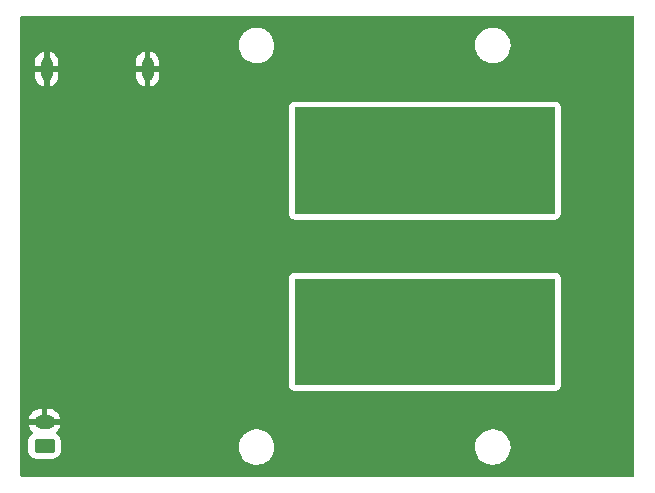
<source format=gbr>
%TF.GenerationSoftware,KiCad,Pcbnew,6.0.10-86aedd382b~118~ubuntu22.04.1*%
%TF.CreationDate,2023-02-04T11:12:36-05:00*%
%TF.ProjectId,HP Classic V3,48502043-6c61-4737-9369-632056332e6b,V3.1*%
%TF.SameCoordinates,Original*%
%TF.FileFunction,Copper,L2,Bot*%
%TF.FilePolarity,Positive*%
%FSLAX46Y46*%
G04 Gerber Fmt 4.6, Leading zero omitted, Abs format (unit mm)*
G04 Created by KiCad (PCBNEW 6.0.10-86aedd382b~118~ubuntu22.04.1) date 2023-02-04 11:12:36*
%MOMM*%
%LPD*%
G01*
G04 APERTURE LIST*
G04 Aperture macros list*
%AMRoundRect*
0 Rectangle with rounded corners*
0 $1 Rounding radius*
0 $2 $3 $4 $5 $6 $7 $8 $9 X,Y pos of 4 corners*
0 Add a 4 corners polygon primitive as box body*
4,1,4,$2,$3,$4,$5,$6,$7,$8,$9,$2,$3,0*
0 Add four circle primitives for the rounded corners*
1,1,$1+$1,$2,$3*
1,1,$1+$1,$4,$5*
1,1,$1+$1,$6,$7*
1,1,$1+$1,$8,$9*
0 Add four rect primitives between the rounded corners*
20,1,$1+$1,$2,$3,$4,$5,0*
20,1,$1+$1,$4,$5,$6,$7,0*
20,1,$1+$1,$6,$7,$8,$9,0*
20,1,$1+$1,$8,$9,$2,$3,0*%
G04 Aperture macros list end*
%TA.AperFunction,ComponentPad*%
%ADD10O,1.000000X2.000000*%
%TD*%
%TA.AperFunction,ComponentPad*%
%ADD11O,1.750000X1.200000*%
%TD*%
%TA.AperFunction,ComponentPad*%
%ADD12RoundRect,0.250000X0.625000X-0.350000X0.625000X0.350000X-0.625000X0.350000X-0.625000X-0.350000X0*%
%TD*%
%TA.AperFunction,ComponentPad*%
%ADD13O,20.500000X2.000000*%
%TD*%
%TA.AperFunction,ViaPad*%
%ADD14C,0.800000*%
%TD*%
G04 APERTURE END LIST*
%TO.C,NEG1*%
G36*
X47500000Y35250000D02*
G01*
X25500000Y35250000D01*
X25500000Y26250000D01*
X47500000Y26250000D01*
X47500000Y35250000D01*
G37*
%TO.C,POS1*%
G36*
X47500000Y20750000D02*
G01*
X25500000Y20750000D01*
X25500000Y11750000D01*
X47500000Y11750000D01*
X47500000Y20750000D01*
G37*
%TD*%
D10*
%TO.P,J1,S2,SHIELD*%
%TO.N,GND*%
X4480000Y38500000D03*
%TO.P,J1,S1,SHIELD*%
X13020000Y38500000D03*
%TD*%
D11*
%TO.P,J2,2,Pin_2*%
%TO.N,GND*%
X4300000Y8620000D03*
D12*
%TO.P,J2,1,Pin_1*%
%TO.N,+VDC*%
X4300000Y6620000D03*
%TD*%
D13*
%TO.P,NEG1,1,1*%
%TO.N,GND*%
X36250000Y30750000D03*
%TD*%
%TO.P,POS1,1,1*%
%TO.N,Net-(POS1-Pad1)*%
X36250000Y16250000D03*
%TD*%
D14*
%TO.N,GND*%
X9000000Y26525836D03*
%TD*%
%TA.AperFunction,Conductor*%
%TO.N,GND*%
G36*
X54193039Y42979815D02*
G01*
X54238794Y42927011D01*
X54250000Y42875500D01*
X54250000Y4124500D01*
X54230315Y4057461D01*
X54177511Y4011706D01*
X54126000Y4000500D01*
X2374000Y4000500D01*
X2306961Y4020185D01*
X2261206Y4072989D01*
X2250000Y4124500D01*
X2250000Y6220134D01*
X2924500Y6220134D01*
X2935359Y6115481D01*
X2937507Y6109044D01*
X2937507Y6109042D01*
X2971576Y6006925D01*
X2990744Y5949471D01*
X3022145Y5898727D01*
X3079043Y5806780D01*
X3079046Y5806776D01*
X3082834Y5800655D01*
X3206689Y5677016D01*
X3355666Y5585186D01*
X3521772Y5530090D01*
X3576316Y5524502D01*
X3621987Y5519822D01*
X3621995Y5519822D01*
X3625134Y5519500D01*
X4974866Y5519500D01*
X5079519Y5530359D01*
X5085956Y5532507D01*
X5085958Y5532507D01*
X5238695Y5583464D01*
X5245529Y5585744D01*
X5296273Y5617145D01*
X5388220Y5674043D01*
X5388224Y5674046D01*
X5394345Y5677834D01*
X5517984Y5801689D01*
X5527296Y5816795D01*
X5603960Y5941169D01*
X5609814Y5950666D01*
X5664910Y6116772D01*
X5672092Y6186866D01*
X5675178Y6216987D01*
X5675178Y6216995D01*
X5675500Y6220134D01*
X5675500Y6536786D01*
X20744806Y6536786D01*
X20746575Y6506102D01*
X20759010Y6290455D01*
X20760129Y6285491D01*
X20799600Y6110345D01*
X20813255Y6049751D01*
X20906084Y5821139D01*
X20908746Y5816795D01*
X21032344Y5615102D01*
X21032348Y5615097D01*
X21035006Y5610759D01*
X21038338Y5606913D01*
X21038339Y5606911D01*
X21110018Y5524163D01*
X21196557Y5424259D01*
X21200467Y5421012D01*
X21200471Y5421009D01*
X21286007Y5349996D01*
X21386399Y5266649D01*
X21488967Y5206713D01*
X21595036Y5144731D01*
X21595040Y5144729D01*
X21599433Y5142162D01*
X21829939Y5054141D01*
X21950833Y5029544D01*
X22066741Y5005962D01*
X22066744Y5005962D01*
X22071726Y5004948D01*
X22233367Y4999021D01*
X22313221Y4996093D01*
X22313224Y4996093D01*
X22318300Y4995907D01*
X22563041Y5027259D01*
X22652644Y5054141D01*
X22794502Y5096700D01*
X22794506Y5096701D01*
X22799374Y5098162D01*
X23020954Y5206713D01*
X23025099Y5209670D01*
X23025103Y5209672D01*
X23217686Y5347041D01*
X23221829Y5349996D01*
X23396605Y5524163D01*
X23540588Y5724537D01*
X23649911Y5945736D01*
X23721639Y6181820D01*
X23753845Y6426450D01*
X23755643Y6500000D01*
X23753037Y6531703D01*
X23752619Y6536786D01*
X40744806Y6536786D01*
X40746575Y6506102D01*
X40759010Y6290455D01*
X40760129Y6285491D01*
X40799600Y6110345D01*
X40813255Y6049751D01*
X40906084Y5821139D01*
X40908746Y5816795D01*
X41032344Y5615102D01*
X41032348Y5615097D01*
X41035006Y5610759D01*
X41038338Y5606913D01*
X41038339Y5606911D01*
X41110018Y5524163D01*
X41196557Y5424259D01*
X41200467Y5421012D01*
X41200471Y5421009D01*
X41286007Y5349996D01*
X41386399Y5266649D01*
X41488967Y5206713D01*
X41595036Y5144731D01*
X41595040Y5144729D01*
X41599433Y5142162D01*
X41829939Y5054141D01*
X41950833Y5029544D01*
X42066741Y5005962D01*
X42066744Y5005962D01*
X42071726Y5004948D01*
X42233367Y4999021D01*
X42313221Y4996093D01*
X42313224Y4996093D01*
X42318300Y4995907D01*
X42563041Y5027259D01*
X42652644Y5054141D01*
X42794502Y5096700D01*
X42794506Y5096701D01*
X42799374Y5098162D01*
X43020954Y5206713D01*
X43025099Y5209670D01*
X43025103Y5209672D01*
X43217686Y5347041D01*
X43221829Y5349996D01*
X43396605Y5524163D01*
X43540588Y5724537D01*
X43649911Y5945736D01*
X43721639Y6181820D01*
X43753845Y6426450D01*
X43755643Y6500000D01*
X43753037Y6531703D01*
X43735842Y6740836D01*
X43735425Y6745911D01*
X43675316Y6985217D01*
X43671492Y6994013D01*
X43615307Y7123228D01*
X43576928Y7211493D01*
X43442905Y7418661D01*
X43316964Y7557069D01*
X43280278Y7597387D01*
X43280274Y7597391D01*
X43276846Y7601158D01*
X43083210Y7754082D01*
X42970794Y7816139D01*
X42871653Y7870868D01*
X42871650Y7870869D01*
X42867198Y7873327D01*
X42634610Y7955691D01*
X42391694Y7998961D01*
X42305090Y8000019D01*
X42150062Y8001913D01*
X42150060Y8001913D01*
X42144972Y8001975D01*
X41901070Y7964653D01*
X41666540Y7887997D01*
X41662026Y7885647D01*
X41452194Y7776416D01*
X41452188Y7776412D01*
X41447679Y7774065D01*
X41250364Y7625917D01*
X41246848Y7622238D01*
X41246846Y7622236D01*
X41129912Y7499871D01*
X41079896Y7447532D01*
X41077032Y7443333D01*
X41077030Y7443331D01*
X40971980Y7289334D01*
X40940851Y7243700D01*
X40836965Y7019896D01*
X40771026Y6782129D01*
X40744806Y6536786D01*
X23752619Y6536786D01*
X23735842Y6740836D01*
X23735425Y6745911D01*
X23675316Y6985217D01*
X23671492Y6994013D01*
X23615307Y7123228D01*
X23576928Y7211493D01*
X23442905Y7418661D01*
X23316964Y7557069D01*
X23280278Y7597387D01*
X23280274Y7597391D01*
X23276846Y7601158D01*
X23083210Y7754082D01*
X22970794Y7816139D01*
X22871653Y7870868D01*
X22871650Y7870869D01*
X22867198Y7873327D01*
X22634610Y7955691D01*
X22391694Y7998961D01*
X22305090Y8000019D01*
X22150062Y8001913D01*
X22150060Y8001913D01*
X22144972Y8001975D01*
X21901070Y7964653D01*
X21666540Y7887997D01*
X21662026Y7885647D01*
X21452194Y7776416D01*
X21452188Y7776412D01*
X21447679Y7774065D01*
X21250364Y7625917D01*
X21246848Y7622238D01*
X21246846Y7622236D01*
X21129912Y7499871D01*
X21079896Y7447532D01*
X21077032Y7443333D01*
X21077030Y7443331D01*
X20971980Y7289334D01*
X20940851Y7243700D01*
X20836965Y7019896D01*
X20771026Y6782129D01*
X20744806Y6536786D01*
X5675500Y6536786D01*
X5675500Y7019866D01*
X5664641Y7124519D01*
X5634201Y7215761D01*
X5611536Y7283695D01*
X5609256Y7290529D01*
X5529966Y7418661D01*
X5520957Y7433220D01*
X5520954Y7433224D01*
X5517166Y7439345D01*
X5393311Y7562984D01*
X5329911Y7602064D01*
X5283171Y7653999D01*
X5271929Y7722958D01*
X5299754Y7787048D01*
X5318380Y7805135D01*
X5332389Y7816139D01*
X5340898Y7824242D01*
X5470731Y7973862D01*
X5477558Y7983432D01*
X5576755Y8154901D01*
X5581646Y8165584D01*
X5646628Y8352712D01*
X5647276Y8355370D01*
X5645750Y8366071D01*
X5632398Y8370000D01*
X2971577Y8370000D01*
X2958260Y8366090D01*
X2956926Y8356811D01*
X2978815Y8265984D01*
X2982642Y8254871D01*
X3064634Y8074541D01*
X3070490Y8064356D01*
X3185104Y7902779D01*
X3192777Y7893890D01*
X3292618Y7798313D01*
X3327432Y7737735D01*
X3323969Y7667951D01*
X3283328Y7611118D01*
X3272125Y7603299D01*
X3205655Y7562166D01*
X3200566Y7557069D01*
X3200567Y7557069D01*
X3094891Y7451208D01*
X3082016Y7438311D01*
X2990186Y7289334D01*
X2935090Y7123228D01*
X2934400Y7116489D01*
X2924826Y7023044D01*
X2924500Y7019866D01*
X2924500Y6220134D01*
X2250000Y6220134D01*
X2250000Y8884630D01*
X2952724Y8884630D01*
X2954250Y8873929D01*
X2967602Y8870000D01*
X4032170Y8870000D01*
X4047169Y8874404D01*
X4048356Y8875774D01*
X4050000Y8883332D01*
X4050000Y8887830D01*
X4550000Y8887830D01*
X4554404Y8872831D01*
X4555774Y8871644D01*
X4563332Y8870000D01*
X5628423Y8870000D01*
X5641740Y8873910D01*
X5643074Y8883189D01*
X5621185Y8974016D01*
X5617358Y8985129D01*
X5535366Y9165459D01*
X5529510Y9175644D01*
X5414896Y9337221D01*
X5407223Y9346110D01*
X5264124Y9483097D01*
X5254895Y9490386D01*
X5088488Y9597834D01*
X5078042Y9603249D01*
X4894318Y9677291D01*
X4883040Y9680632D01*
X4687210Y9718874D01*
X4678485Y9719934D01*
X4675795Y9720000D01*
X4567830Y9720000D01*
X4552831Y9715596D01*
X4551644Y9714226D01*
X4550000Y9706668D01*
X4550000Y8887830D01*
X4050000Y8887830D01*
X4050000Y9702170D01*
X4045596Y9717169D01*
X4044226Y9718356D01*
X4036668Y9720000D01*
X3975514Y9720000D01*
X3969601Y9719718D01*
X3821929Y9705629D01*
X3810386Y9703407D01*
X3620295Y9647641D01*
X3609392Y9643279D01*
X3433285Y9552578D01*
X3423387Y9546225D01*
X3267607Y9423857D01*
X3259102Y9415758D01*
X3129269Y9266138D01*
X3122442Y9256568D01*
X3023245Y9085099D01*
X3018354Y9074416D01*
X2953372Y8887288D01*
X2952724Y8884630D01*
X2250000Y8884630D01*
X2250000Y11681376D01*
X24999031Y11681376D01*
X25001459Y11672882D01*
X25007030Y11653390D01*
X25010552Y11636889D01*
X25014677Y11608082D01*
X25018335Y11600037D01*
X25018335Y11600036D01*
X25025138Y11585072D01*
X25031482Y11567829D01*
X25033115Y11562117D01*
X25038428Y11543529D01*
X25053958Y11518915D01*
X25061966Y11504073D01*
X25074016Y11477572D01*
X25079785Y11470877D01*
X25090511Y11458429D01*
X25101444Y11443654D01*
X25114930Y11422280D01*
X25121554Y11416430D01*
X25136747Y11403012D01*
X25148602Y11391011D01*
X25161834Y11375654D01*
X25161837Y11375651D01*
X25167600Y11368963D01*
X25175010Y11364160D01*
X25188809Y11355216D01*
X25203447Y11344105D01*
X25222388Y11327377D01*
X25248737Y11315006D01*
X25263479Y11306817D01*
X25287905Y11290985D01*
X25312128Y11283741D01*
X25329285Y11277188D01*
X25352163Y11266447D01*
X25380931Y11261968D01*
X25397371Y11258247D01*
X25425261Y11249907D01*
X25459167Y11249700D01*
X25459930Y11249668D01*
X25461009Y11249500D01*
X25491438Y11249500D01*
X25492197Y11249498D01*
X25568624Y11249031D01*
X25569949Y11249410D01*
X25571275Y11249500D01*
X47491438Y11249500D01*
X47492197Y11249498D01*
X47568624Y11249031D01*
X47596612Y11257030D01*
X47613111Y11260552D01*
X47633171Y11263424D01*
X47633174Y11263425D01*
X47641918Y11264677D01*
X47649964Y11268335D01*
X47664928Y11275138D01*
X47682171Y11281482D01*
X47697977Y11286000D01*
X47697979Y11286001D01*
X47706471Y11288428D01*
X47731087Y11303959D01*
X47745928Y11311967D01*
X47772428Y11324016D01*
X47791571Y11340511D01*
X47806347Y11351445D01*
X47820247Y11360215D01*
X47827720Y11364930D01*
X47837191Y11375654D01*
X47846988Y11386747D01*
X47858989Y11398602D01*
X47874346Y11411834D01*
X47874349Y11411837D01*
X47881037Y11417600D01*
X47894784Y11438809D01*
X47905895Y11453447D01*
X47916776Y11465768D01*
X47922623Y11472388D01*
X47934995Y11498739D01*
X47943183Y11513479D01*
X47954210Y11530492D01*
X47959015Y11537905D01*
X47966259Y11562128D01*
X47972814Y11579291D01*
X47975529Y11585072D01*
X47983553Y11602163D01*
X47988032Y11630931D01*
X47991753Y11647371D01*
X48000093Y11675261D01*
X48000300Y11709167D01*
X48000332Y11709930D01*
X48000500Y11711009D01*
X48000500Y11741438D01*
X48000502Y11742196D01*
X48000945Y11814741D01*
X48000969Y11818624D01*
X48000590Y11819949D01*
X48000500Y11821275D01*
X48000500Y20741438D01*
X48000502Y20742196D01*
X48000915Y20809789D01*
X48000969Y20818624D01*
X47992970Y20846612D01*
X47989448Y20863111D01*
X47986576Y20883171D01*
X47986575Y20883174D01*
X47985323Y20891918D01*
X47978996Y20905835D01*
X47974862Y20914928D01*
X47968518Y20932171D01*
X47964000Y20947977D01*
X47963999Y20947979D01*
X47961572Y20956471D01*
X47946041Y20981087D01*
X47938033Y20995928D01*
X47929641Y21014384D01*
X47925984Y21022428D01*
X47909489Y21041571D01*
X47898555Y21056347D01*
X47889785Y21070247D01*
X47885070Y21077720D01*
X47873242Y21088166D01*
X47863253Y21096988D01*
X47851398Y21108989D01*
X47838166Y21124346D01*
X47838163Y21124349D01*
X47832400Y21131037D01*
X47811191Y21144784D01*
X47796553Y21155895D01*
X47777612Y21172623D01*
X47751261Y21184995D01*
X47736521Y21193183D01*
X47719508Y21204210D01*
X47719509Y21204210D01*
X47712095Y21209015D01*
X47687872Y21216259D01*
X47670715Y21222812D01*
X47647837Y21233553D01*
X47619069Y21238032D01*
X47602629Y21241753D01*
X47574739Y21250093D01*
X47540833Y21250300D01*
X47540070Y21250332D01*
X47538991Y21250500D01*
X47508562Y21250500D01*
X47507804Y21250502D01*
X47507300Y21250505D01*
X47431376Y21250969D01*
X47430051Y21250590D01*
X47428725Y21250500D01*
X25508562Y21250500D01*
X25507804Y21250502D01*
X25500173Y21250549D01*
X25431376Y21250969D01*
X25403390Y21242970D01*
X25386889Y21239448D01*
X25366829Y21236576D01*
X25366826Y21236575D01*
X25358082Y21235323D01*
X25350037Y21231665D01*
X25350036Y21231665D01*
X25335072Y21224862D01*
X25317829Y21218518D01*
X25302023Y21214000D01*
X25302021Y21213999D01*
X25293529Y21211572D01*
X25286060Y21206860D01*
X25286061Y21206860D01*
X25268915Y21196042D01*
X25254073Y21188034D01*
X25227572Y21175984D01*
X25220876Y21170215D01*
X25220877Y21170215D01*
X25208429Y21159489D01*
X25193654Y21148556D01*
X25172280Y21135070D01*
X25166430Y21128446D01*
X25153012Y21113253D01*
X25141011Y21101398D01*
X25125654Y21088166D01*
X25125651Y21088163D01*
X25118963Y21082400D01*
X25114160Y21074990D01*
X25105216Y21061191D01*
X25094105Y21046553D01*
X25077377Y21027612D01*
X25065006Y21001263D01*
X25056817Y20986521D01*
X25040985Y20962095D01*
X25033741Y20937872D01*
X25027188Y20920715D01*
X25016447Y20897837D01*
X25011968Y20869071D01*
X25008247Y20852629D01*
X24999907Y20824739D01*
X24999853Y20815905D01*
X24999700Y20790844D01*
X24999668Y20790070D01*
X24999500Y20788991D01*
X24999500Y20758562D01*
X24999498Y20757804D01*
X24999031Y20681376D01*
X24999410Y20680051D01*
X24999500Y20678725D01*
X24999500Y11758562D01*
X24999498Y11757804D01*
X24999031Y11681376D01*
X2250000Y11681376D01*
X2250000Y26181376D01*
X24999031Y26181376D01*
X25001459Y26172882D01*
X25007030Y26153390D01*
X25010552Y26136889D01*
X25014677Y26108082D01*
X25018335Y26100037D01*
X25018335Y26100036D01*
X25025138Y26085072D01*
X25031482Y26067829D01*
X25033115Y26062117D01*
X25038428Y26043529D01*
X25053958Y26018915D01*
X25061966Y26004073D01*
X25074016Y25977572D01*
X25079785Y25970877D01*
X25090511Y25958429D01*
X25101444Y25943654D01*
X25114930Y25922280D01*
X25121554Y25916430D01*
X25136747Y25903012D01*
X25148602Y25891011D01*
X25161834Y25875654D01*
X25161837Y25875651D01*
X25167600Y25868963D01*
X25175010Y25864160D01*
X25188809Y25855216D01*
X25203447Y25844105D01*
X25222388Y25827377D01*
X25248737Y25815006D01*
X25263479Y25806817D01*
X25287905Y25790985D01*
X25312128Y25783741D01*
X25329285Y25777188D01*
X25352163Y25766447D01*
X25380931Y25761968D01*
X25397371Y25758247D01*
X25425261Y25749907D01*
X25459167Y25749700D01*
X25459930Y25749668D01*
X25461009Y25749500D01*
X25491438Y25749500D01*
X25492197Y25749498D01*
X25568624Y25749031D01*
X25569949Y25749410D01*
X25571275Y25749500D01*
X47491438Y25749500D01*
X47492197Y25749498D01*
X47568624Y25749031D01*
X47596612Y25757030D01*
X47613111Y25760552D01*
X47633171Y25763424D01*
X47633174Y25763425D01*
X47641918Y25764677D01*
X47649964Y25768335D01*
X47664928Y25775138D01*
X47682171Y25781482D01*
X47697977Y25786000D01*
X47697979Y25786001D01*
X47706471Y25788428D01*
X47731087Y25803959D01*
X47745928Y25811967D01*
X47772428Y25824016D01*
X47791571Y25840511D01*
X47806347Y25851445D01*
X47820247Y25860215D01*
X47827720Y25864930D01*
X47837191Y25875654D01*
X47846988Y25886747D01*
X47858989Y25898602D01*
X47874346Y25911834D01*
X47874349Y25911837D01*
X47881037Y25917600D01*
X47894784Y25938809D01*
X47905895Y25953447D01*
X47916776Y25965768D01*
X47922623Y25972388D01*
X47934995Y25998739D01*
X47943183Y26013479D01*
X47954210Y26030492D01*
X47959015Y26037905D01*
X47966259Y26062128D01*
X47972814Y26079291D01*
X47975529Y26085072D01*
X47983553Y26102163D01*
X47988032Y26130931D01*
X47991753Y26147371D01*
X48000093Y26175261D01*
X48000300Y26209167D01*
X48000332Y26209930D01*
X48000500Y26211009D01*
X48000500Y26241438D01*
X48000502Y26242196D01*
X48000945Y26314741D01*
X48000969Y26318624D01*
X48000590Y26319949D01*
X48000500Y26321275D01*
X48000500Y35241438D01*
X48000502Y35242196D01*
X48000915Y35309789D01*
X48000969Y35318624D01*
X47992970Y35346612D01*
X47989448Y35363111D01*
X47986576Y35383171D01*
X47986575Y35383174D01*
X47985323Y35391918D01*
X47978996Y35405835D01*
X47974862Y35414928D01*
X47968518Y35432171D01*
X47964000Y35447977D01*
X47963999Y35447979D01*
X47961572Y35456471D01*
X47946041Y35481087D01*
X47938033Y35495928D01*
X47929641Y35514384D01*
X47925984Y35522428D01*
X47909489Y35541571D01*
X47898555Y35556347D01*
X47889785Y35570247D01*
X47885070Y35577720D01*
X47873242Y35588166D01*
X47863253Y35596988D01*
X47851398Y35608989D01*
X47838166Y35624346D01*
X47838163Y35624349D01*
X47832400Y35631037D01*
X47811191Y35644784D01*
X47796553Y35655895D01*
X47777612Y35672623D01*
X47751261Y35684995D01*
X47736521Y35693183D01*
X47719508Y35704210D01*
X47719509Y35704210D01*
X47712095Y35709015D01*
X47687872Y35716259D01*
X47670715Y35722812D01*
X47647837Y35733553D01*
X47619069Y35738032D01*
X47602629Y35741753D01*
X47574739Y35750093D01*
X47540833Y35750300D01*
X47540070Y35750332D01*
X47538991Y35750500D01*
X47508562Y35750500D01*
X47507804Y35750502D01*
X47507300Y35750505D01*
X47431376Y35750969D01*
X47430051Y35750590D01*
X47428725Y35750500D01*
X25508562Y35750500D01*
X25507804Y35750502D01*
X25500173Y35750549D01*
X25431376Y35750969D01*
X25403390Y35742970D01*
X25386889Y35739448D01*
X25366829Y35736576D01*
X25366826Y35736575D01*
X25358082Y35735323D01*
X25350037Y35731665D01*
X25350036Y35731665D01*
X25335072Y35724862D01*
X25317829Y35718518D01*
X25302023Y35714000D01*
X25302021Y35713999D01*
X25293529Y35711572D01*
X25286060Y35706860D01*
X25286061Y35706860D01*
X25268915Y35696042D01*
X25254073Y35688034D01*
X25227572Y35675984D01*
X25220876Y35670215D01*
X25220877Y35670215D01*
X25208429Y35659489D01*
X25193654Y35648556D01*
X25172280Y35635070D01*
X25166430Y35628446D01*
X25153012Y35613253D01*
X25141011Y35601398D01*
X25125654Y35588166D01*
X25125651Y35588163D01*
X25118963Y35582400D01*
X25114160Y35574990D01*
X25105216Y35561191D01*
X25094105Y35546553D01*
X25077377Y35527612D01*
X25065006Y35501263D01*
X25056817Y35486521D01*
X25040985Y35462095D01*
X25033741Y35437872D01*
X25027188Y35420715D01*
X25016447Y35397837D01*
X25011968Y35369071D01*
X25008247Y35352629D01*
X24999907Y35324739D01*
X24999853Y35315905D01*
X24999700Y35290844D01*
X24999668Y35290070D01*
X24999500Y35288991D01*
X24999500Y35258562D01*
X24999498Y35257804D01*
X24999031Y35181376D01*
X24999410Y35180051D01*
X24999500Y35178725D01*
X24999500Y26258562D01*
X24999498Y26257804D01*
X24999031Y26181376D01*
X2250000Y26181376D01*
X2250000Y37952368D01*
X3480000Y37952368D01*
X3480317Y37946106D01*
X3494738Y37804139D01*
X3497252Y37791889D01*
X3554248Y37610018D01*
X3559169Y37598535D01*
X3651572Y37431835D01*
X3658704Y37421573D01*
X3782734Y37276866D01*
X3791790Y37268242D01*
X3942380Y37151432D01*
X3952987Y37144804D01*
X4123997Y37060656D01*
X4135707Y37056301D01*
X4212747Y37036234D01*
X4226620Y37036661D01*
X4229812Y37044262D01*
X4730000Y37044262D01*
X4733910Y37030945D01*
X4739918Y37030081D01*
X4914737Y37094402D01*
X4925968Y37099880D01*
X5087954Y37200315D01*
X5097858Y37207943D01*
X5236334Y37338893D01*
X5244501Y37348354D01*
X5353821Y37504479D01*
X5359919Y37515389D01*
X5435610Y37690303D01*
X5439392Y37702226D01*
X5478676Y37890263D01*
X5479900Y37899693D01*
X5479916Y37899987D01*
X5480000Y37903198D01*
X5480000Y37952368D01*
X12020000Y37952368D01*
X12020317Y37946106D01*
X12034738Y37804139D01*
X12037252Y37791889D01*
X12094248Y37610018D01*
X12099169Y37598535D01*
X12191572Y37431835D01*
X12198704Y37421573D01*
X12322734Y37276866D01*
X12331790Y37268242D01*
X12482380Y37151432D01*
X12492987Y37144804D01*
X12663997Y37060656D01*
X12675707Y37056301D01*
X12752747Y37036234D01*
X12766620Y37036661D01*
X12769812Y37044262D01*
X13270000Y37044262D01*
X13273910Y37030945D01*
X13279918Y37030081D01*
X13454737Y37094402D01*
X13465968Y37099880D01*
X13627954Y37200315D01*
X13637858Y37207943D01*
X13776334Y37338893D01*
X13784501Y37348354D01*
X13893821Y37504479D01*
X13899919Y37515389D01*
X13975610Y37690303D01*
X13979392Y37702226D01*
X14018676Y37890263D01*
X14019900Y37899693D01*
X14019916Y37899987D01*
X14020000Y37903198D01*
X14020000Y38232170D01*
X14015596Y38247169D01*
X14014226Y38248356D01*
X14006668Y38250000D01*
X13287830Y38250000D01*
X13272831Y38245596D01*
X13271644Y38244226D01*
X13270000Y38236668D01*
X13270000Y37044262D01*
X12769812Y37044262D01*
X12770000Y37044710D01*
X12770000Y38232170D01*
X12765596Y38247169D01*
X12764226Y38248356D01*
X12756668Y38250000D01*
X12037830Y38250000D01*
X12022831Y38245596D01*
X12021644Y38244226D01*
X12020000Y38236668D01*
X12020000Y37952368D01*
X5480000Y37952368D01*
X5480000Y38232170D01*
X5475596Y38247169D01*
X5474226Y38248356D01*
X5466668Y38250000D01*
X4747830Y38250000D01*
X4732831Y38245596D01*
X4731644Y38244226D01*
X4730000Y38236668D01*
X4730000Y37044262D01*
X4229812Y37044262D01*
X4230000Y37044710D01*
X4230000Y38232170D01*
X4225596Y38247169D01*
X4224226Y38248356D01*
X4216668Y38250000D01*
X3497830Y38250000D01*
X3482831Y38245596D01*
X3481644Y38244226D01*
X3480000Y38236668D01*
X3480000Y37952368D01*
X2250000Y37952368D01*
X2250000Y38767830D01*
X3480000Y38767830D01*
X3484404Y38752831D01*
X3485774Y38751644D01*
X3493332Y38750000D01*
X4212170Y38750000D01*
X4227169Y38754404D01*
X4228356Y38755774D01*
X4230000Y38763332D01*
X4230000Y38767830D01*
X4730000Y38767830D01*
X4734404Y38752831D01*
X4735774Y38751644D01*
X4743332Y38750000D01*
X5462170Y38750000D01*
X5477169Y38754404D01*
X5478356Y38755774D01*
X5480000Y38763332D01*
X5480000Y38767830D01*
X12020000Y38767830D01*
X12024404Y38752831D01*
X12025774Y38751644D01*
X12033332Y38750000D01*
X12752170Y38750000D01*
X12767169Y38754404D01*
X12768356Y38755774D01*
X12770000Y38763332D01*
X12770000Y38767830D01*
X13270000Y38767830D01*
X13274404Y38752831D01*
X13275774Y38751644D01*
X13283332Y38750000D01*
X14002170Y38750000D01*
X14017169Y38754404D01*
X14018356Y38755774D01*
X14020000Y38763332D01*
X14020000Y39047632D01*
X14019683Y39053894D01*
X14005262Y39195861D01*
X14002748Y39208111D01*
X13945752Y39389982D01*
X13940831Y39401465D01*
X13848428Y39568165D01*
X13841296Y39578427D01*
X13717266Y39723134D01*
X13708210Y39731758D01*
X13557620Y39848568D01*
X13547013Y39855196D01*
X13376003Y39939344D01*
X13364293Y39943699D01*
X13287253Y39963766D01*
X13273380Y39963339D01*
X13270000Y39955290D01*
X13270000Y38767830D01*
X12770000Y38767830D01*
X12770000Y39955738D01*
X12766090Y39969055D01*
X12760082Y39969919D01*
X12585263Y39905598D01*
X12574032Y39900120D01*
X12412046Y39799685D01*
X12402142Y39792057D01*
X12263666Y39661107D01*
X12255499Y39651646D01*
X12146179Y39495521D01*
X12140081Y39484611D01*
X12064390Y39309697D01*
X12060608Y39297774D01*
X12021324Y39109737D01*
X12020100Y39100307D01*
X12020084Y39100013D01*
X12020000Y39096802D01*
X12020000Y38767830D01*
X5480000Y38767830D01*
X5480000Y39047632D01*
X5479683Y39053894D01*
X5465262Y39195861D01*
X5462748Y39208111D01*
X5405752Y39389982D01*
X5400831Y39401465D01*
X5308428Y39568165D01*
X5301296Y39578427D01*
X5177266Y39723134D01*
X5168210Y39731758D01*
X5017620Y39848568D01*
X5007013Y39855196D01*
X4836003Y39939344D01*
X4824293Y39943699D01*
X4747253Y39963766D01*
X4733380Y39963339D01*
X4730000Y39955290D01*
X4730000Y38767830D01*
X4230000Y38767830D01*
X4230000Y39955738D01*
X4226090Y39969055D01*
X4220082Y39969919D01*
X4045263Y39905598D01*
X4034032Y39900120D01*
X3872046Y39799685D01*
X3862142Y39792057D01*
X3723666Y39661107D01*
X3715499Y39651646D01*
X3606179Y39495521D01*
X3600081Y39484611D01*
X3524390Y39309697D01*
X3520608Y39297774D01*
X3481324Y39109737D01*
X3480100Y39100307D01*
X3480084Y39100013D01*
X3480000Y39096802D01*
X3480000Y38767830D01*
X2250000Y38767830D01*
X2250000Y40536786D01*
X20744806Y40536786D01*
X20746575Y40506102D01*
X20759010Y40290455D01*
X20813255Y40049751D01*
X20906084Y39821139D01*
X20908746Y39816795D01*
X21032344Y39615102D01*
X21032348Y39615097D01*
X21035006Y39610759D01*
X21038338Y39606913D01*
X21038339Y39606911D01*
X21144279Y39484611D01*
X21196557Y39424259D01*
X21200467Y39421012D01*
X21200471Y39421009D01*
X21286007Y39349996D01*
X21386399Y39266649D01*
X21486575Y39208111D01*
X21595036Y39144731D01*
X21595040Y39144729D01*
X21599433Y39142162D01*
X21829939Y39054141D01*
X21950832Y39029545D01*
X22066741Y39005962D01*
X22066744Y39005962D01*
X22071726Y39004948D01*
X22233367Y38999021D01*
X22313221Y38996093D01*
X22313224Y38996093D01*
X22318300Y38995907D01*
X22563041Y39027259D01*
X22649264Y39053127D01*
X22794502Y39096700D01*
X22794506Y39096701D01*
X22799374Y39098162D01*
X23020954Y39206713D01*
X23025099Y39209670D01*
X23025103Y39209672D01*
X23217686Y39347041D01*
X23221829Y39349996D01*
X23396605Y39524163D01*
X23540588Y39724537D01*
X23601888Y39848568D01*
X23647654Y39941169D01*
X23647655Y39941170D01*
X23649911Y39945736D01*
X23721639Y40181820D01*
X23753845Y40426450D01*
X23755643Y40500000D01*
X23753037Y40531703D01*
X23752619Y40536786D01*
X40744806Y40536786D01*
X40746575Y40506102D01*
X40759010Y40290455D01*
X40813255Y40049751D01*
X40906084Y39821139D01*
X40908746Y39816795D01*
X41032344Y39615102D01*
X41032348Y39615097D01*
X41035006Y39610759D01*
X41038338Y39606913D01*
X41038339Y39606911D01*
X41144279Y39484611D01*
X41196557Y39424259D01*
X41200467Y39421012D01*
X41200471Y39421009D01*
X41286007Y39349996D01*
X41386399Y39266649D01*
X41486575Y39208111D01*
X41595036Y39144731D01*
X41595040Y39144729D01*
X41599433Y39142162D01*
X41829939Y39054141D01*
X41950832Y39029545D01*
X42066741Y39005962D01*
X42066744Y39005962D01*
X42071726Y39004948D01*
X42233367Y38999021D01*
X42313221Y38996093D01*
X42313224Y38996093D01*
X42318300Y38995907D01*
X42563041Y39027259D01*
X42649264Y39053127D01*
X42794502Y39096700D01*
X42794506Y39096701D01*
X42799374Y39098162D01*
X43020954Y39206713D01*
X43025099Y39209670D01*
X43025103Y39209672D01*
X43217686Y39347041D01*
X43221829Y39349996D01*
X43396605Y39524163D01*
X43540588Y39724537D01*
X43601888Y39848568D01*
X43647654Y39941169D01*
X43647655Y39941170D01*
X43649911Y39945736D01*
X43721639Y40181820D01*
X43753845Y40426450D01*
X43755643Y40500000D01*
X43753037Y40531703D01*
X43735842Y40740836D01*
X43735425Y40745911D01*
X43675316Y40985217D01*
X43671492Y40994013D01*
X43578956Y41206828D01*
X43576928Y41211493D01*
X43442905Y41418661D01*
X43380203Y41487569D01*
X43280278Y41597387D01*
X43280274Y41597391D01*
X43276846Y41601158D01*
X43083210Y41754082D01*
X43032695Y41781968D01*
X42871653Y41870868D01*
X42871650Y41870869D01*
X42867198Y41873327D01*
X42634610Y41955691D01*
X42391694Y41998961D01*
X42305090Y42000019D01*
X42150062Y42001913D01*
X42150060Y42001913D01*
X42144972Y42001975D01*
X41901070Y41964653D01*
X41666540Y41887997D01*
X41662026Y41885647D01*
X41452194Y41776416D01*
X41452188Y41776412D01*
X41447679Y41774065D01*
X41250364Y41625917D01*
X41246848Y41622238D01*
X41246846Y41622236D01*
X41226704Y41601158D01*
X41079896Y41447532D01*
X41077032Y41443333D01*
X41077030Y41443331D01*
X40943722Y41247909D01*
X40940851Y41243700D01*
X40836965Y41019896D01*
X40771026Y40782129D01*
X40744806Y40536786D01*
X23752619Y40536786D01*
X23735842Y40740836D01*
X23735425Y40745911D01*
X23675316Y40985217D01*
X23671492Y40994013D01*
X23578956Y41206828D01*
X23576928Y41211493D01*
X23442905Y41418661D01*
X23380203Y41487569D01*
X23280278Y41597387D01*
X23280274Y41597391D01*
X23276846Y41601158D01*
X23083210Y41754082D01*
X23032695Y41781968D01*
X22871653Y41870868D01*
X22871650Y41870869D01*
X22867198Y41873327D01*
X22634610Y41955691D01*
X22391694Y41998961D01*
X22305090Y42000019D01*
X22150062Y42001913D01*
X22150060Y42001913D01*
X22144972Y42001975D01*
X21901070Y41964653D01*
X21666540Y41887997D01*
X21662026Y41885647D01*
X21452194Y41776416D01*
X21452188Y41776412D01*
X21447679Y41774065D01*
X21250364Y41625917D01*
X21246848Y41622238D01*
X21246846Y41622236D01*
X21226704Y41601158D01*
X21079896Y41447532D01*
X21077032Y41443333D01*
X21077030Y41443331D01*
X20943722Y41247909D01*
X20940851Y41243700D01*
X20836965Y41019896D01*
X20771026Y40782129D01*
X20744806Y40536786D01*
X2250000Y40536786D01*
X2250000Y42875500D01*
X2269685Y42942539D01*
X2322489Y42988294D01*
X2374000Y42999500D01*
X54126000Y42999500D01*
X54193039Y42979815D01*
G37*
%TD.AperFunction*%
%TD*%
M02*

</source>
